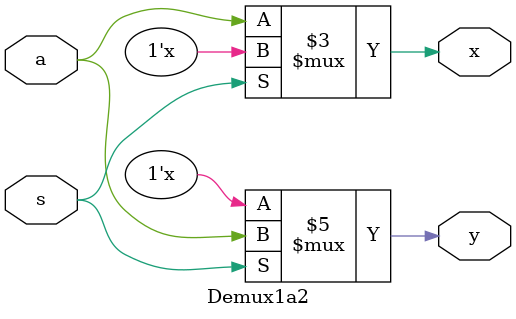
<source format=v>
module Demux1a2(x, y, a, s);
  input a, s;
  output x, y;

  always @(s or a0 or a1) begin 
    case (s)
      1'b0: x = a;
      1'b1: y = a;
    endcase
  end
endmodule
</source>
